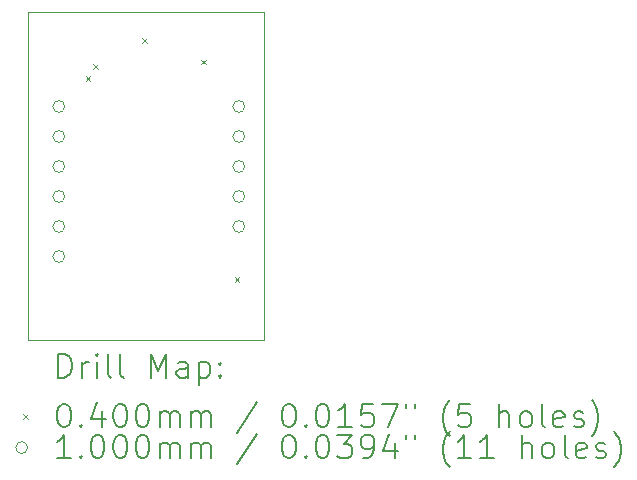
<source format=gbr>
%TF.GenerationSoftware,KiCad,Pcbnew,7.0.9*%
%TF.CreationDate,2023-12-12T21:56:47+01:00*%
%TF.ProjectId,Leveller,4c657665-6c6c-4657-922e-6b696361645f,rev?*%
%TF.SameCoordinates,Original*%
%TF.FileFunction,Drillmap*%
%TF.FilePolarity,Positive*%
%FSLAX45Y45*%
G04 Gerber Fmt 4.5, Leading zero omitted, Abs format (unit mm)*
G04 Created by KiCad (PCBNEW 7.0.9) date 2023-12-12 21:56:47*
%MOMM*%
%LPD*%
G01*
G04 APERTURE LIST*
%ADD10C,0.100000*%
%ADD11C,0.200000*%
G04 APERTURE END LIST*
D10*
X3255000Y-2767500D02*
X5255000Y-2767500D01*
X5255000Y-5545000D01*
X3255000Y-5545000D01*
X3255000Y-2767500D01*
D11*
D10*
X3742500Y-3310000D02*
X3782500Y-3350000D01*
X3782500Y-3310000D02*
X3742500Y-3350000D01*
X3802500Y-3210000D02*
X3842500Y-3250000D01*
X3842500Y-3210000D02*
X3802500Y-3250000D01*
X4222500Y-2990000D02*
X4262500Y-3030000D01*
X4262500Y-2990000D02*
X4222500Y-3030000D01*
X4722500Y-3170000D02*
X4762500Y-3210000D01*
X4762500Y-3170000D02*
X4722500Y-3210000D01*
X5002500Y-5010000D02*
X5042500Y-5050000D01*
X5042500Y-5010000D02*
X5002500Y-5050000D01*
X3564000Y-3566000D02*
G75*
G03*
X3564000Y-3566000I-50000J0D01*
G01*
X3564000Y-3820000D02*
G75*
G03*
X3564000Y-3820000I-50000J0D01*
G01*
X3564000Y-4074000D02*
G75*
G03*
X3564000Y-4074000I-50000J0D01*
G01*
X3564000Y-4328000D02*
G75*
G03*
X3564000Y-4328000I-50000J0D01*
G01*
X3564000Y-4582000D02*
G75*
G03*
X3564000Y-4582000I-50000J0D01*
G01*
X3564000Y-4836000D02*
G75*
G03*
X3564000Y-4836000I-50000J0D01*
G01*
X5088000Y-3566000D02*
G75*
G03*
X5088000Y-3566000I-50000J0D01*
G01*
X5088000Y-3820000D02*
G75*
G03*
X5088000Y-3820000I-50000J0D01*
G01*
X5088000Y-4074000D02*
G75*
G03*
X5088000Y-4074000I-50000J0D01*
G01*
X5088000Y-4328000D02*
G75*
G03*
X5088000Y-4328000I-50000J0D01*
G01*
X5088000Y-4582000D02*
G75*
G03*
X5088000Y-4582000I-50000J0D01*
G01*
D11*
X3510777Y-5861484D02*
X3510777Y-5661484D01*
X3510777Y-5661484D02*
X3558396Y-5661484D01*
X3558396Y-5661484D02*
X3586967Y-5671008D01*
X3586967Y-5671008D02*
X3606015Y-5690055D01*
X3606015Y-5690055D02*
X3615539Y-5709103D01*
X3615539Y-5709103D02*
X3625062Y-5747198D01*
X3625062Y-5747198D02*
X3625062Y-5775769D01*
X3625062Y-5775769D02*
X3615539Y-5813865D01*
X3615539Y-5813865D02*
X3606015Y-5832912D01*
X3606015Y-5832912D02*
X3586967Y-5851960D01*
X3586967Y-5851960D02*
X3558396Y-5861484D01*
X3558396Y-5861484D02*
X3510777Y-5861484D01*
X3710777Y-5861484D02*
X3710777Y-5728150D01*
X3710777Y-5766246D02*
X3720301Y-5747198D01*
X3720301Y-5747198D02*
X3729824Y-5737674D01*
X3729824Y-5737674D02*
X3748872Y-5728150D01*
X3748872Y-5728150D02*
X3767920Y-5728150D01*
X3834586Y-5861484D02*
X3834586Y-5728150D01*
X3834586Y-5661484D02*
X3825062Y-5671008D01*
X3825062Y-5671008D02*
X3834586Y-5680531D01*
X3834586Y-5680531D02*
X3844110Y-5671008D01*
X3844110Y-5671008D02*
X3834586Y-5661484D01*
X3834586Y-5661484D02*
X3834586Y-5680531D01*
X3958396Y-5861484D02*
X3939348Y-5851960D01*
X3939348Y-5851960D02*
X3929824Y-5832912D01*
X3929824Y-5832912D02*
X3929824Y-5661484D01*
X4063158Y-5861484D02*
X4044110Y-5851960D01*
X4044110Y-5851960D02*
X4034586Y-5832912D01*
X4034586Y-5832912D02*
X4034586Y-5661484D01*
X4291729Y-5861484D02*
X4291729Y-5661484D01*
X4291729Y-5661484D02*
X4358396Y-5804341D01*
X4358396Y-5804341D02*
X4425063Y-5661484D01*
X4425063Y-5661484D02*
X4425063Y-5861484D01*
X4606015Y-5861484D02*
X4606015Y-5756722D01*
X4606015Y-5756722D02*
X4596491Y-5737674D01*
X4596491Y-5737674D02*
X4577444Y-5728150D01*
X4577444Y-5728150D02*
X4539348Y-5728150D01*
X4539348Y-5728150D02*
X4520301Y-5737674D01*
X4606015Y-5851960D02*
X4586967Y-5861484D01*
X4586967Y-5861484D02*
X4539348Y-5861484D01*
X4539348Y-5861484D02*
X4520301Y-5851960D01*
X4520301Y-5851960D02*
X4510777Y-5832912D01*
X4510777Y-5832912D02*
X4510777Y-5813865D01*
X4510777Y-5813865D02*
X4520301Y-5794817D01*
X4520301Y-5794817D02*
X4539348Y-5785293D01*
X4539348Y-5785293D02*
X4586967Y-5785293D01*
X4586967Y-5785293D02*
X4606015Y-5775769D01*
X4701253Y-5728150D02*
X4701253Y-5928150D01*
X4701253Y-5737674D02*
X4720301Y-5728150D01*
X4720301Y-5728150D02*
X4758396Y-5728150D01*
X4758396Y-5728150D02*
X4777444Y-5737674D01*
X4777444Y-5737674D02*
X4786967Y-5747198D01*
X4786967Y-5747198D02*
X4796491Y-5766246D01*
X4796491Y-5766246D02*
X4796491Y-5823388D01*
X4796491Y-5823388D02*
X4786967Y-5842436D01*
X4786967Y-5842436D02*
X4777444Y-5851960D01*
X4777444Y-5851960D02*
X4758396Y-5861484D01*
X4758396Y-5861484D02*
X4720301Y-5861484D01*
X4720301Y-5861484D02*
X4701253Y-5851960D01*
X4882205Y-5842436D02*
X4891729Y-5851960D01*
X4891729Y-5851960D02*
X4882205Y-5861484D01*
X4882205Y-5861484D02*
X4872682Y-5851960D01*
X4872682Y-5851960D02*
X4882205Y-5842436D01*
X4882205Y-5842436D02*
X4882205Y-5861484D01*
X4882205Y-5737674D02*
X4891729Y-5747198D01*
X4891729Y-5747198D02*
X4882205Y-5756722D01*
X4882205Y-5756722D02*
X4872682Y-5747198D01*
X4872682Y-5747198D02*
X4882205Y-5737674D01*
X4882205Y-5737674D02*
X4882205Y-5756722D01*
D10*
X3210000Y-6170000D02*
X3250000Y-6210000D01*
X3250000Y-6170000D02*
X3210000Y-6210000D01*
D11*
X3548872Y-6081484D02*
X3567920Y-6081484D01*
X3567920Y-6081484D02*
X3586967Y-6091008D01*
X3586967Y-6091008D02*
X3596491Y-6100531D01*
X3596491Y-6100531D02*
X3606015Y-6119579D01*
X3606015Y-6119579D02*
X3615539Y-6157674D01*
X3615539Y-6157674D02*
X3615539Y-6205293D01*
X3615539Y-6205293D02*
X3606015Y-6243388D01*
X3606015Y-6243388D02*
X3596491Y-6262436D01*
X3596491Y-6262436D02*
X3586967Y-6271960D01*
X3586967Y-6271960D02*
X3567920Y-6281484D01*
X3567920Y-6281484D02*
X3548872Y-6281484D01*
X3548872Y-6281484D02*
X3529824Y-6271960D01*
X3529824Y-6271960D02*
X3520301Y-6262436D01*
X3520301Y-6262436D02*
X3510777Y-6243388D01*
X3510777Y-6243388D02*
X3501253Y-6205293D01*
X3501253Y-6205293D02*
X3501253Y-6157674D01*
X3501253Y-6157674D02*
X3510777Y-6119579D01*
X3510777Y-6119579D02*
X3520301Y-6100531D01*
X3520301Y-6100531D02*
X3529824Y-6091008D01*
X3529824Y-6091008D02*
X3548872Y-6081484D01*
X3701253Y-6262436D02*
X3710777Y-6271960D01*
X3710777Y-6271960D02*
X3701253Y-6281484D01*
X3701253Y-6281484D02*
X3691729Y-6271960D01*
X3691729Y-6271960D02*
X3701253Y-6262436D01*
X3701253Y-6262436D02*
X3701253Y-6281484D01*
X3882205Y-6148150D02*
X3882205Y-6281484D01*
X3834586Y-6071960D02*
X3786967Y-6214817D01*
X3786967Y-6214817D02*
X3910777Y-6214817D01*
X4025062Y-6081484D02*
X4044110Y-6081484D01*
X4044110Y-6081484D02*
X4063158Y-6091008D01*
X4063158Y-6091008D02*
X4072682Y-6100531D01*
X4072682Y-6100531D02*
X4082205Y-6119579D01*
X4082205Y-6119579D02*
X4091729Y-6157674D01*
X4091729Y-6157674D02*
X4091729Y-6205293D01*
X4091729Y-6205293D02*
X4082205Y-6243388D01*
X4082205Y-6243388D02*
X4072682Y-6262436D01*
X4072682Y-6262436D02*
X4063158Y-6271960D01*
X4063158Y-6271960D02*
X4044110Y-6281484D01*
X4044110Y-6281484D02*
X4025062Y-6281484D01*
X4025062Y-6281484D02*
X4006015Y-6271960D01*
X4006015Y-6271960D02*
X3996491Y-6262436D01*
X3996491Y-6262436D02*
X3986967Y-6243388D01*
X3986967Y-6243388D02*
X3977443Y-6205293D01*
X3977443Y-6205293D02*
X3977443Y-6157674D01*
X3977443Y-6157674D02*
X3986967Y-6119579D01*
X3986967Y-6119579D02*
X3996491Y-6100531D01*
X3996491Y-6100531D02*
X4006015Y-6091008D01*
X4006015Y-6091008D02*
X4025062Y-6081484D01*
X4215539Y-6081484D02*
X4234586Y-6081484D01*
X4234586Y-6081484D02*
X4253634Y-6091008D01*
X4253634Y-6091008D02*
X4263158Y-6100531D01*
X4263158Y-6100531D02*
X4272682Y-6119579D01*
X4272682Y-6119579D02*
X4282205Y-6157674D01*
X4282205Y-6157674D02*
X4282205Y-6205293D01*
X4282205Y-6205293D02*
X4272682Y-6243388D01*
X4272682Y-6243388D02*
X4263158Y-6262436D01*
X4263158Y-6262436D02*
X4253634Y-6271960D01*
X4253634Y-6271960D02*
X4234586Y-6281484D01*
X4234586Y-6281484D02*
X4215539Y-6281484D01*
X4215539Y-6281484D02*
X4196491Y-6271960D01*
X4196491Y-6271960D02*
X4186967Y-6262436D01*
X4186967Y-6262436D02*
X4177443Y-6243388D01*
X4177443Y-6243388D02*
X4167920Y-6205293D01*
X4167920Y-6205293D02*
X4167920Y-6157674D01*
X4167920Y-6157674D02*
X4177443Y-6119579D01*
X4177443Y-6119579D02*
X4186967Y-6100531D01*
X4186967Y-6100531D02*
X4196491Y-6091008D01*
X4196491Y-6091008D02*
X4215539Y-6081484D01*
X4367920Y-6281484D02*
X4367920Y-6148150D01*
X4367920Y-6167198D02*
X4377444Y-6157674D01*
X4377444Y-6157674D02*
X4396491Y-6148150D01*
X4396491Y-6148150D02*
X4425063Y-6148150D01*
X4425063Y-6148150D02*
X4444110Y-6157674D01*
X4444110Y-6157674D02*
X4453634Y-6176722D01*
X4453634Y-6176722D02*
X4453634Y-6281484D01*
X4453634Y-6176722D02*
X4463158Y-6157674D01*
X4463158Y-6157674D02*
X4482205Y-6148150D01*
X4482205Y-6148150D02*
X4510777Y-6148150D01*
X4510777Y-6148150D02*
X4529825Y-6157674D01*
X4529825Y-6157674D02*
X4539348Y-6176722D01*
X4539348Y-6176722D02*
X4539348Y-6281484D01*
X4634586Y-6281484D02*
X4634586Y-6148150D01*
X4634586Y-6167198D02*
X4644110Y-6157674D01*
X4644110Y-6157674D02*
X4663158Y-6148150D01*
X4663158Y-6148150D02*
X4691729Y-6148150D01*
X4691729Y-6148150D02*
X4710777Y-6157674D01*
X4710777Y-6157674D02*
X4720301Y-6176722D01*
X4720301Y-6176722D02*
X4720301Y-6281484D01*
X4720301Y-6176722D02*
X4729825Y-6157674D01*
X4729825Y-6157674D02*
X4748872Y-6148150D01*
X4748872Y-6148150D02*
X4777444Y-6148150D01*
X4777444Y-6148150D02*
X4796491Y-6157674D01*
X4796491Y-6157674D02*
X4806015Y-6176722D01*
X4806015Y-6176722D02*
X4806015Y-6281484D01*
X5196491Y-6071960D02*
X5025063Y-6329103D01*
X5453634Y-6081484D02*
X5472682Y-6081484D01*
X5472682Y-6081484D02*
X5491729Y-6091008D01*
X5491729Y-6091008D02*
X5501253Y-6100531D01*
X5501253Y-6100531D02*
X5510777Y-6119579D01*
X5510777Y-6119579D02*
X5520301Y-6157674D01*
X5520301Y-6157674D02*
X5520301Y-6205293D01*
X5520301Y-6205293D02*
X5510777Y-6243388D01*
X5510777Y-6243388D02*
X5501253Y-6262436D01*
X5501253Y-6262436D02*
X5491729Y-6271960D01*
X5491729Y-6271960D02*
X5472682Y-6281484D01*
X5472682Y-6281484D02*
X5453634Y-6281484D01*
X5453634Y-6281484D02*
X5434587Y-6271960D01*
X5434587Y-6271960D02*
X5425063Y-6262436D01*
X5425063Y-6262436D02*
X5415539Y-6243388D01*
X5415539Y-6243388D02*
X5406015Y-6205293D01*
X5406015Y-6205293D02*
X5406015Y-6157674D01*
X5406015Y-6157674D02*
X5415539Y-6119579D01*
X5415539Y-6119579D02*
X5425063Y-6100531D01*
X5425063Y-6100531D02*
X5434587Y-6091008D01*
X5434587Y-6091008D02*
X5453634Y-6081484D01*
X5606015Y-6262436D02*
X5615539Y-6271960D01*
X5615539Y-6271960D02*
X5606015Y-6281484D01*
X5606015Y-6281484D02*
X5596491Y-6271960D01*
X5596491Y-6271960D02*
X5606015Y-6262436D01*
X5606015Y-6262436D02*
X5606015Y-6281484D01*
X5739348Y-6081484D02*
X5758396Y-6081484D01*
X5758396Y-6081484D02*
X5777444Y-6091008D01*
X5777444Y-6091008D02*
X5786967Y-6100531D01*
X5786967Y-6100531D02*
X5796491Y-6119579D01*
X5796491Y-6119579D02*
X5806015Y-6157674D01*
X5806015Y-6157674D02*
X5806015Y-6205293D01*
X5806015Y-6205293D02*
X5796491Y-6243388D01*
X5796491Y-6243388D02*
X5786967Y-6262436D01*
X5786967Y-6262436D02*
X5777444Y-6271960D01*
X5777444Y-6271960D02*
X5758396Y-6281484D01*
X5758396Y-6281484D02*
X5739348Y-6281484D01*
X5739348Y-6281484D02*
X5720301Y-6271960D01*
X5720301Y-6271960D02*
X5710777Y-6262436D01*
X5710777Y-6262436D02*
X5701253Y-6243388D01*
X5701253Y-6243388D02*
X5691729Y-6205293D01*
X5691729Y-6205293D02*
X5691729Y-6157674D01*
X5691729Y-6157674D02*
X5701253Y-6119579D01*
X5701253Y-6119579D02*
X5710777Y-6100531D01*
X5710777Y-6100531D02*
X5720301Y-6091008D01*
X5720301Y-6091008D02*
X5739348Y-6081484D01*
X5996491Y-6281484D02*
X5882206Y-6281484D01*
X5939348Y-6281484D02*
X5939348Y-6081484D01*
X5939348Y-6081484D02*
X5920301Y-6110055D01*
X5920301Y-6110055D02*
X5901253Y-6129103D01*
X5901253Y-6129103D02*
X5882206Y-6138627D01*
X6177444Y-6081484D02*
X6082206Y-6081484D01*
X6082206Y-6081484D02*
X6072682Y-6176722D01*
X6072682Y-6176722D02*
X6082206Y-6167198D01*
X6082206Y-6167198D02*
X6101253Y-6157674D01*
X6101253Y-6157674D02*
X6148872Y-6157674D01*
X6148872Y-6157674D02*
X6167920Y-6167198D01*
X6167920Y-6167198D02*
X6177444Y-6176722D01*
X6177444Y-6176722D02*
X6186967Y-6195769D01*
X6186967Y-6195769D02*
X6186967Y-6243388D01*
X6186967Y-6243388D02*
X6177444Y-6262436D01*
X6177444Y-6262436D02*
X6167920Y-6271960D01*
X6167920Y-6271960D02*
X6148872Y-6281484D01*
X6148872Y-6281484D02*
X6101253Y-6281484D01*
X6101253Y-6281484D02*
X6082206Y-6271960D01*
X6082206Y-6271960D02*
X6072682Y-6262436D01*
X6253634Y-6081484D02*
X6386967Y-6081484D01*
X6386967Y-6081484D02*
X6301253Y-6281484D01*
X6453634Y-6081484D02*
X6453634Y-6119579D01*
X6529825Y-6081484D02*
X6529825Y-6119579D01*
X6825063Y-6357674D02*
X6815539Y-6348150D01*
X6815539Y-6348150D02*
X6796491Y-6319579D01*
X6796491Y-6319579D02*
X6786968Y-6300531D01*
X6786968Y-6300531D02*
X6777444Y-6271960D01*
X6777444Y-6271960D02*
X6767920Y-6224341D01*
X6767920Y-6224341D02*
X6767920Y-6186246D01*
X6767920Y-6186246D02*
X6777444Y-6138627D01*
X6777444Y-6138627D02*
X6786968Y-6110055D01*
X6786968Y-6110055D02*
X6796491Y-6091008D01*
X6796491Y-6091008D02*
X6815539Y-6062436D01*
X6815539Y-6062436D02*
X6825063Y-6052912D01*
X6996491Y-6081484D02*
X6901253Y-6081484D01*
X6901253Y-6081484D02*
X6891729Y-6176722D01*
X6891729Y-6176722D02*
X6901253Y-6167198D01*
X6901253Y-6167198D02*
X6920301Y-6157674D01*
X6920301Y-6157674D02*
X6967920Y-6157674D01*
X6967920Y-6157674D02*
X6986968Y-6167198D01*
X6986968Y-6167198D02*
X6996491Y-6176722D01*
X6996491Y-6176722D02*
X7006015Y-6195769D01*
X7006015Y-6195769D02*
X7006015Y-6243388D01*
X7006015Y-6243388D02*
X6996491Y-6262436D01*
X6996491Y-6262436D02*
X6986968Y-6271960D01*
X6986968Y-6271960D02*
X6967920Y-6281484D01*
X6967920Y-6281484D02*
X6920301Y-6281484D01*
X6920301Y-6281484D02*
X6901253Y-6271960D01*
X6901253Y-6271960D02*
X6891729Y-6262436D01*
X7244110Y-6281484D02*
X7244110Y-6081484D01*
X7329825Y-6281484D02*
X7329825Y-6176722D01*
X7329825Y-6176722D02*
X7320301Y-6157674D01*
X7320301Y-6157674D02*
X7301253Y-6148150D01*
X7301253Y-6148150D02*
X7272682Y-6148150D01*
X7272682Y-6148150D02*
X7253634Y-6157674D01*
X7253634Y-6157674D02*
X7244110Y-6167198D01*
X7453634Y-6281484D02*
X7434587Y-6271960D01*
X7434587Y-6271960D02*
X7425063Y-6262436D01*
X7425063Y-6262436D02*
X7415539Y-6243388D01*
X7415539Y-6243388D02*
X7415539Y-6186246D01*
X7415539Y-6186246D02*
X7425063Y-6167198D01*
X7425063Y-6167198D02*
X7434587Y-6157674D01*
X7434587Y-6157674D02*
X7453634Y-6148150D01*
X7453634Y-6148150D02*
X7482206Y-6148150D01*
X7482206Y-6148150D02*
X7501253Y-6157674D01*
X7501253Y-6157674D02*
X7510777Y-6167198D01*
X7510777Y-6167198D02*
X7520301Y-6186246D01*
X7520301Y-6186246D02*
X7520301Y-6243388D01*
X7520301Y-6243388D02*
X7510777Y-6262436D01*
X7510777Y-6262436D02*
X7501253Y-6271960D01*
X7501253Y-6271960D02*
X7482206Y-6281484D01*
X7482206Y-6281484D02*
X7453634Y-6281484D01*
X7634587Y-6281484D02*
X7615539Y-6271960D01*
X7615539Y-6271960D02*
X7606015Y-6252912D01*
X7606015Y-6252912D02*
X7606015Y-6081484D01*
X7786968Y-6271960D02*
X7767920Y-6281484D01*
X7767920Y-6281484D02*
X7729825Y-6281484D01*
X7729825Y-6281484D02*
X7710777Y-6271960D01*
X7710777Y-6271960D02*
X7701253Y-6252912D01*
X7701253Y-6252912D02*
X7701253Y-6176722D01*
X7701253Y-6176722D02*
X7710777Y-6157674D01*
X7710777Y-6157674D02*
X7729825Y-6148150D01*
X7729825Y-6148150D02*
X7767920Y-6148150D01*
X7767920Y-6148150D02*
X7786968Y-6157674D01*
X7786968Y-6157674D02*
X7796491Y-6176722D01*
X7796491Y-6176722D02*
X7796491Y-6195769D01*
X7796491Y-6195769D02*
X7701253Y-6214817D01*
X7872682Y-6271960D02*
X7891730Y-6281484D01*
X7891730Y-6281484D02*
X7929825Y-6281484D01*
X7929825Y-6281484D02*
X7948872Y-6271960D01*
X7948872Y-6271960D02*
X7958396Y-6252912D01*
X7958396Y-6252912D02*
X7958396Y-6243388D01*
X7958396Y-6243388D02*
X7948872Y-6224341D01*
X7948872Y-6224341D02*
X7929825Y-6214817D01*
X7929825Y-6214817D02*
X7901253Y-6214817D01*
X7901253Y-6214817D02*
X7882206Y-6205293D01*
X7882206Y-6205293D02*
X7872682Y-6186246D01*
X7872682Y-6186246D02*
X7872682Y-6176722D01*
X7872682Y-6176722D02*
X7882206Y-6157674D01*
X7882206Y-6157674D02*
X7901253Y-6148150D01*
X7901253Y-6148150D02*
X7929825Y-6148150D01*
X7929825Y-6148150D02*
X7948872Y-6157674D01*
X8025063Y-6357674D02*
X8034587Y-6348150D01*
X8034587Y-6348150D02*
X8053634Y-6319579D01*
X8053634Y-6319579D02*
X8063158Y-6300531D01*
X8063158Y-6300531D02*
X8072682Y-6271960D01*
X8072682Y-6271960D02*
X8082206Y-6224341D01*
X8082206Y-6224341D02*
X8082206Y-6186246D01*
X8082206Y-6186246D02*
X8072682Y-6138627D01*
X8072682Y-6138627D02*
X8063158Y-6110055D01*
X8063158Y-6110055D02*
X8053634Y-6091008D01*
X8053634Y-6091008D02*
X8034587Y-6062436D01*
X8034587Y-6062436D02*
X8025063Y-6052912D01*
D10*
X3250000Y-6454000D02*
G75*
G03*
X3250000Y-6454000I-50000J0D01*
G01*
D11*
X3615539Y-6545484D02*
X3501253Y-6545484D01*
X3558396Y-6545484D02*
X3558396Y-6345484D01*
X3558396Y-6345484D02*
X3539348Y-6374055D01*
X3539348Y-6374055D02*
X3520301Y-6393103D01*
X3520301Y-6393103D02*
X3501253Y-6402627D01*
X3701253Y-6526436D02*
X3710777Y-6535960D01*
X3710777Y-6535960D02*
X3701253Y-6545484D01*
X3701253Y-6545484D02*
X3691729Y-6535960D01*
X3691729Y-6535960D02*
X3701253Y-6526436D01*
X3701253Y-6526436D02*
X3701253Y-6545484D01*
X3834586Y-6345484D02*
X3853634Y-6345484D01*
X3853634Y-6345484D02*
X3872682Y-6355008D01*
X3872682Y-6355008D02*
X3882205Y-6364531D01*
X3882205Y-6364531D02*
X3891729Y-6383579D01*
X3891729Y-6383579D02*
X3901253Y-6421674D01*
X3901253Y-6421674D02*
X3901253Y-6469293D01*
X3901253Y-6469293D02*
X3891729Y-6507388D01*
X3891729Y-6507388D02*
X3882205Y-6526436D01*
X3882205Y-6526436D02*
X3872682Y-6535960D01*
X3872682Y-6535960D02*
X3853634Y-6545484D01*
X3853634Y-6545484D02*
X3834586Y-6545484D01*
X3834586Y-6545484D02*
X3815539Y-6535960D01*
X3815539Y-6535960D02*
X3806015Y-6526436D01*
X3806015Y-6526436D02*
X3796491Y-6507388D01*
X3796491Y-6507388D02*
X3786967Y-6469293D01*
X3786967Y-6469293D02*
X3786967Y-6421674D01*
X3786967Y-6421674D02*
X3796491Y-6383579D01*
X3796491Y-6383579D02*
X3806015Y-6364531D01*
X3806015Y-6364531D02*
X3815539Y-6355008D01*
X3815539Y-6355008D02*
X3834586Y-6345484D01*
X4025062Y-6345484D02*
X4044110Y-6345484D01*
X4044110Y-6345484D02*
X4063158Y-6355008D01*
X4063158Y-6355008D02*
X4072682Y-6364531D01*
X4072682Y-6364531D02*
X4082205Y-6383579D01*
X4082205Y-6383579D02*
X4091729Y-6421674D01*
X4091729Y-6421674D02*
X4091729Y-6469293D01*
X4091729Y-6469293D02*
X4082205Y-6507388D01*
X4082205Y-6507388D02*
X4072682Y-6526436D01*
X4072682Y-6526436D02*
X4063158Y-6535960D01*
X4063158Y-6535960D02*
X4044110Y-6545484D01*
X4044110Y-6545484D02*
X4025062Y-6545484D01*
X4025062Y-6545484D02*
X4006015Y-6535960D01*
X4006015Y-6535960D02*
X3996491Y-6526436D01*
X3996491Y-6526436D02*
X3986967Y-6507388D01*
X3986967Y-6507388D02*
X3977443Y-6469293D01*
X3977443Y-6469293D02*
X3977443Y-6421674D01*
X3977443Y-6421674D02*
X3986967Y-6383579D01*
X3986967Y-6383579D02*
X3996491Y-6364531D01*
X3996491Y-6364531D02*
X4006015Y-6355008D01*
X4006015Y-6355008D02*
X4025062Y-6345484D01*
X4215539Y-6345484D02*
X4234586Y-6345484D01*
X4234586Y-6345484D02*
X4253634Y-6355008D01*
X4253634Y-6355008D02*
X4263158Y-6364531D01*
X4263158Y-6364531D02*
X4272682Y-6383579D01*
X4272682Y-6383579D02*
X4282205Y-6421674D01*
X4282205Y-6421674D02*
X4282205Y-6469293D01*
X4282205Y-6469293D02*
X4272682Y-6507388D01*
X4272682Y-6507388D02*
X4263158Y-6526436D01*
X4263158Y-6526436D02*
X4253634Y-6535960D01*
X4253634Y-6535960D02*
X4234586Y-6545484D01*
X4234586Y-6545484D02*
X4215539Y-6545484D01*
X4215539Y-6545484D02*
X4196491Y-6535960D01*
X4196491Y-6535960D02*
X4186967Y-6526436D01*
X4186967Y-6526436D02*
X4177443Y-6507388D01*
X4177443Y-6507388D02*
X4167920Y-6469293D01*
X4167920Y-6469293D02*
X4167920Y-6421674D01*
X4167920Y-6421674D02*
X4177443Y-6383579D01*
X4177443Y-6383579D02*
X4186967Y-6364531D01*
X4186967Y-6364531D02*
X4196491Y-6355008D01*
X4196491Y-6355008D02*
X4215539Y-6345484D01*
X4367920Y-6545484D02*
X4367920Y-6412150D01*
X4367920Y-6431198D02*
X4377444Y-6421674D01*
X4377444Y-6421674D02*
X4396491Y-6412150D01*
X4396491Y-6412150D02*
X4425063Y-6412150D01*
X4425063Y-6412150D02*
X4444110Y-6421674D01*
X4444110Y-6421674D02*
X4453634Y-6440722D01*
X4453634Y-6440722D02*
X4453634Y-6545484D01*
X4453634Y-6440722D02*
X4463158Y-6421674D01*
X4463158Y-6421674D02*
X4482205Y-6412150D01*
X4482205Y-6412150D02*
X4510777Y-6412150D01*
X4510777Y-6412150D02*
X4529825Y-6421674D01*
X4529825Y-6421674D02*
X4539348Y-6440722D01*
X4539348Y-6440722D02*
X4539348Y-6545484D01*
X4634586Y-6545484D02*
X4634586Y-6412150D01*
X4634586Y-6431198D02*
X4644110Y-6421674D01*
X4644110Y-6421674D02*
X4663158Y-6412150D01*
X4663158Y-6412150D02*
X4691729Y-6412150D01*
X4691729Y-6412150D02*
X4710777Y-6421674D01*
X4710777Y-6421674D02*
X4720301Y-6440722D01*
X4720301Y-6440722D02*
X4720301Y-6545484D01*
X4720301Y-6440722D02*
X4729825Y-6421674D01*
X4729825Y-6421674D02*
X4748872Y-6412150D01*
X4748872Y-6412150D02*
X4777444Y-6412150D01*
X4777444Y-6412150D02*
X4796491Y-6421674D01*
X4796491Y-6421674D02*
X4806015Y-6440722D01*
X4806015Y-6440722D02*
X4806015Y-6545484D01*
X5196491Y-6335960D02*
X5025063Y-6593103D01*
X5453634Y-6345484D02*
X5472682Y-6345484D01*
X5472682Y-6345484D02*
X5491729Y-6355008D01*
X5491729Y-6355008D02*
X5501253Y-6364531D01*
X5501253Y-6364531D02*
X5510777Y-6383579D01*
X5510777Y-6383579D02*
X5520301Y-6421674D01*
X5520301Y-6421674D02*
X5520301Y-6469293D01*
X5520301Y-6469293D02*
X5510777Y-6507388D01*
X5510777Y-6507388D02*
X5501253Y-6526436D01*
X5501253Y-6526436D02*
X5491729Y-6535960D01*
X5491729Y-6535960D02*
X5472682Y-6545484D01*
X5472682Y-6545484D02*
X5453634Y-6545484D01*
X5453634Y-6545484D02*
X5434587Y-6535960D01*
X5434587Y-6535960D02*
X5425063Y-6526436D01*
X5425063Y-6526436D02*
X5415539Y-6507388D01*
X5415539Y-6507388D02*
X5406015Y-6469293D01*
X5406015Y-6469293D02*
X5406015Y-6421674D01*
X5406015Y-6421674D02*
X5415539Y-6383579D01*
X5415539Y-6383579D02*
X5425063Y-6364531D01*
X5425063Y-6364531D02*
X5434587Y-6355008D01*
X5434587Y-6355008D02*
X5453634Y-6345484D01*
X5606015Y-6526436D02*
X5615539Y-6535960D01*
X5615539Y-6535960D02*
X5606015Y-6545484D01*
X5606015Y-6545484D02*
X5596491Y-6535960D01*
X5596491Y-6535960D02*
X5606015Y-6526436D01*
X5606015Y-6526436D02*
X5606015Y-6545484D01*
X5739348Y-6345484D02*
X5758396Y-6345484D01*
X5758396Y-6345484D02*
X5777444Y-6355008D01*
X5777444Y-6355008D02*
X5786967Y-6364531D01*
X5786967Y-6364531D02*
X5796491Y-6383579D01*
X5796491Y-6383579D02*
X5806015Y-6421674D01*
X5806015Y-6421674D02*
X5806015Y-6469293D01*
X5806015Y-6469293D02*
X5796491Y-6507388D01*
X5796491Y-6507388D02*
X5786967Y-6526436D01*
X5786967Y-6526436D02*
X5777444Y-6535960D01*
X5777444Y-6535960D02*
X5758396Y-6545484D01*
X5758396Y-6545484D02*
X5739348Y-6545484D01*
X5739348Y-6545484D02*
X5720301Y-6535960D01*
X5720301Y-6535960D02*
X5710777Y-6526436D01*
X5710777Y-6526436D02*
X5701253Y-6507388D01*
X5701253Y-6507388D02*
X5691729Y-6469293D01*
X5691729Y-6469293D02*
X5691729Y-6421674D01*
X5691729Y-6421674D02*
X5701253Y-6383579D01*
X5701253Y-6383579D02*
X5710777Y-6364531D01*
X5710777Y-6364531D02*
X5720301Y-6355008D01*
X5720301Y-6355008D02*
X5739348Y-6345484D01*
X5872682Y-6345484D02*
X5996491Y-6345484D01*
X5996491Y-6345484D02*
X5929825Y-6421674D01*
X5929825Y-6421674D02*
X5958396Y-6421674D01*
X5958396Y-6421674D02*
X5977444Y-6431198D01*
X5977444Y-6431198D02*
X5986967Y-6440722D01*
X5986967Y-6440722D02*
X5996491Y-6459769D01*
X5996491Y-6459769D02*
X5996491Y-6507388D01*
X5996491Y-6507388D02*
X5986967Y-6526436D01*
X5986967Y-6526436D02*
X5977444Y-6535960D01*
X5977444Y-6535960D02*
X5958396Y-6545484D01*
X5958396Y-6545484D02*
X5901253Y-6545484D01*
X5901253Y-6545484D02*
X5882206Y-6535960D01*
X5882206Y-6535960D02*
X5872682Y-6526436D01*
X6091729Y-6545484D02*
X6129825Y-6545484D01*
X6129825Y-6545484D02*
X6148872Y-6535960D01*
X6148872Y-6535960D02*
X6158396Y-6526436D01*
X6158396Y-6526436D02*
X6177444Y-6497865D01*
X6177444Y-6497865D02*
X6186967Y-6459769D01*
X6186967Y-6459769D02*
X6186967Y-6383579D01*
X6186967Y-6383579D02*
X6177444Y-6364531D01*
X6177444Y-6364531D02*
X6167920Y-6355008D01*
X6167920Y-6355008D02*
X6148872Y-6345484D01*
X6148872Y-6345484D02*
X6110777Y-6345484D01*
X6110777Y-6345484D02*
X6091729Y-6355008D01*
X6091729Y-6355008D02*
X6082206Y-6364531D01*
X6082206Y-6364531D02*
X6072682Y-6383579D01*
X6072682Y-6383579D02*
X6072682Y-6431198D01*
X6072682Y-6431198D02*
X6082206Y-6450246D01*
X6082206Y-6450246D02*
X6091729Y-6459769D01*
X6091729Y-6459769D02*
X6110777Y-6469293D01*
X6110777Y-6469293D02*
X6148872Y-6469293D01*
X6148872Y-6469293D02*
X6167920Y-6459769D01*
X6167920Y-6459769D02*
X6177444Y-6450246D01*
X6177444Y-6450246D02*
X6186967Y-6431198D01*
X6358396Y-6412150D02*
X6358396Y-6545484D01*
X6310777Y-6335960D02*
X6263158Y-6478817D01*
X6263158Y-6478817D02*
X6386967Y-6478817D01*
X6453634Y-6345484D02*
X6453634Y-6383579D01*
X6529825Y-6345484D02*
X6529825Y-6383579D01*
X6825063Y-6621674D02*
X6815539Y-6612150D01*
X6815539Y-6612150D02*
X6796491Y-6583579D01*
X6796491Y-6583579D02*
X6786968Y-6564531D01*
X6786968Y-6564531D02*
X6777444Y-6535960D01*
X6777444Y-6535960D02*
X6767920Y-6488341D01*
X6767920Y-6488341D02*
X6767920Y-6450246D01*
X6767920Y-6450246D02*
X6777444Y-6402627D01*
X6777444Y-6402627D02*
X6786968Y-6374055D01*
X6786968Y-6374055D02*
X6796491Y-6355008D01*
X6796491Y-6355008D02*
X6815539Y-6326436D01*
X6815539Y-6326436D02*
X6825063Y-6316912D01*
X7006015Y-6545484D02*
X6891729Y-6545484D01*
X6948872Y-6545484D02*
X6948872Y-6345484D01*
X6948872Y-6345484D02*
X6929825Y-6374055D01*
X6929825Y-6374055D02*
X6910777Y-6393103D01*
X6910777Y-6393103D02*
X6891729Y-6402627D01*
X7196491Y-6545484D02*
X7082206Y-6545484D01*
X7139348Y-6545484D02*
X7139348Y-6345484D01*
X7139348Y-6345484D02*
X7120301Y-6374055D01*
X7120301Y-6374055D02*
X7101253Y-6393103D01*
X7101253Y-6393103D02*
X7082206Y-6402627D01*
X7434587Y-6545484D02*
X7434587Y-6345484D01*
X7520301Y-6545484D02*
X7520301Y-6440722D01*
X7520301Y-6440722D02*
X7510777Y-6421674D01*
X7510777Y-6421674D02*
X7491730Y-6412150D01*
X7491730Y-6412150D02*
X7463158Y-6412150D01*
X7463158Y-6412150D02*
X7444110Y-6421674D01*
X7444110Y-6421674D02*
X7434587Y-6431198D01*
X7644110Y-6545484D02*
X7625063Y-6535960D01*
X7625063Y-6535960D02*
X7615539Y-6526436D01*
X7615539Y-6526436D02*
X7606015Y-6507388D01*
X7606015Y-6507388D02*
X7606015Y-6450246D01*
X7606015Y-6450246D02*
X7615539Y-6431198D01*
X7615539Y-6431198D02*
X7625063Y-6421674D01*
X7625063Y-6421674D02*
X7644110Y-6412150D01*
X7644110Y-6412150D02*
X7672682Y-6412150D01*
X7672682Y-6412150D02*
X7691730Y-6421674D01*
X7691730Y-6421674D02*
X7701253Y-6431198D01*
X7701253Y-6431198D02*
X7710777Y-6450246D01*
X7710777Y-6450246D02*
X7710777Y-6507388D01*
X7710777Y-6507388D02*
X7701253Y-6526436D01*
X7701253Y-6526436D02*
X7691730Y-6535960D01*
X7691730Y-6535960D02*
X7672682Y-6545484D01*
X7672682Y-6545484D02*
X7644110Y-6545484D01*
X7825063Y-6545484D02*
X7806015Y-6535960D01*
X7806015Y-6535960D02*
X7796491Y-6516912D01*
X7796491Y-6516912D02*
X7796491Y-6345484D01*
X7977444Y-6535960D02*
X7958396Y-6545484D01*
X7958396Y-6545484D02*
X7920301Y-6545484D01*
X7920301Y-6545484D02*
X7901253Y-6535960D01*
X7901253Y-6535960D02*
X7891730Y-6516912D01*
X7891730Y-6516912D02*
X7891730Y-6440722D01*
X7891730Y-6440722D02*
X7901253Y-6421674D01*
X7901253Y-6421674D02*
X7920301Y-6412150D01*
X7920301Y-6412150D02*
X7958396Y-6412150D01*
X7958396Y-6412150D02*
X7977444Y-6421674D01*
X7977444Y-6421674D02*
X7986968Y-6440722D01*
X7986968Y-6440722D02*
X7986968Y-6459769D01*
X7986968Y-6459769D02*
X7891730Y-6478817D01*
X8063158Y-6535960D02*
X8082206Y-6545484D01*
X8082206Y-6545484D02*
X8120301Y-6545484D01*
X8120301Y-6545484D02*
X8139349Y-6535960D01*
X8139349Y-6535960D02*
X8148872Y-6516912D01*
X8148872Y-6516912D02*
X8148872Y-6507388D01*
X8148872Y-6507388D02*
X8139349Y-6488341D01*
X8139349Y-6488341D02*
X8120301Y-6478817D01*
X8120301Y-6478817D02*
X8091730Y-6478817D01*
X8091730Y-6478817D02*
X8072682Y-6469293D01*
X8072682Y-6469293D02*
X8063158Y-6450246D01*
X8063158Y-6450246D02*
X8063158Y-6440722D01*
X8063158Y-6440722D02*
X8072682Y-6421674D01*
X8072682Y-6421674D02*
X8091730Y-6412150D01*
X8091730Y-6412150D02*
X8120301Y-6412150D01*
X8120301Y-6412150D02*
X8139349Y-6421674D01*
X8215539Y-6621674D02*
X8225063Y-6612150D01*
X8225063Y-6612150D02*
X8244111Y-6583579D01*
X8244111Y-6583579D02*
X8253634Y-6564531D01*
X8253634Y-6564531D02*
X8263158Y-6535960D01*
X8263158Y-6535960D02*
X8272682Y-6488341D01*
X8272682Y-6488341D02*
X8272682Y-6450246D01*
X8272682Y-6450246D02*
X8263158Y-6402627D01*
X8263158Y-6402627D02*
X8253634Y-6374055D01*
X8253634Y-6374055D02*
X8244111Y-6355008D01*
X8244111Y-6355008D02*
X8225063Y-6326436D01*
X8225063Y-6326436D02*
X8215539Y-6316912D01*
M02*

</source>
